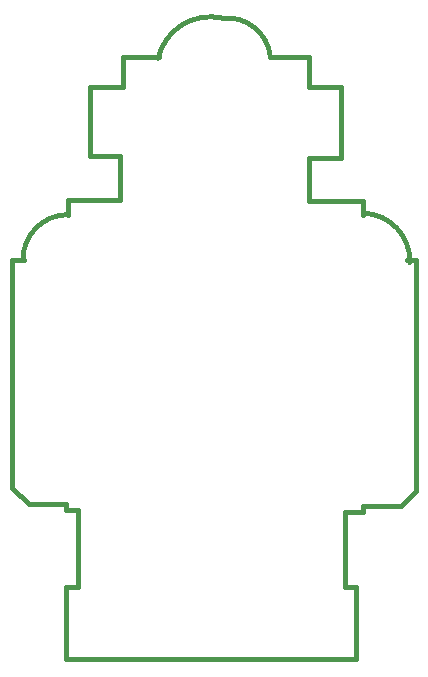
<source format=gbr>
G04 (created by PCBNEW (2013-07-07 BZR 4022)-stable) date 23/08/2014 11:16:52*
%MOIN*%
G04 Gerber Fmt 3.4, Leading zero omitted, Abs format*
%FSLAX34Y34*%
G01*
G70*
G90*
G04 APERTURE LIST*
%ADD10C,0.00590551*%
%ADD11C,0.015*%
G04 APERTURE END LIST*
G54D10*
G54D11*
X38350Y-28800D02*
G75*
G03X36750Y-27499I-1450J-149D01*
G74*
G01*
X36750Y-27500D02*
G75*
G03X34600Y-28849I-400J-1749D01*
G74*
G01*
X31600Y-34050D02*
G75*
G03X30100Y-35550I0J-1500D01*
G74*
G01*
X31600Y-33550D02*
X31600Y-34050D01*
X33350Y-33550D02*
X31600Y-33550D01*
X33350Y-32100D02*
X33350Y-33550D01*
X29750Y-35550D02*
X30150Y-35550D01*
X29750Y-43150D02*
X29750Y-35550D01*
X30300Y-43700D02*
X29750Y-43150D01*
X31550Y-43700D02*
X30300Y-43700D01*
X31550Y-43900D02*
X31550Y-43700D01*
X31950Y-43900D02*
X31550Y-43900D01*
X31950Y-46450D02*
X31950Y-43900D01*
X31550Y-46450D02*
X31950Y-46450D01*
X31550Y-48850D02*
X31550Y-46450D01*
X41200Y-48850D02*
X31550Y-48850D01*
X41200Y-46450D02*
X41200Y-48850D01*
X40850Y-46450D02*
X41200Y-46450D01*
X40850Y-43950D02*
X40850Y-46450D01*
X41450Y-43950D02*
X40850Y-43950D01*
X41450Y-43750D02*
X41450Y-43950D01*
X42700Y-43750D02*
X41450Y-43750D01*
X43200Y-43250D02*
X42700Y-43750D01*
X43200Y-35550D02*
X43200Y-43250D01*
X42900Y-35550D02*
X43200Y-35550D01*
X41450Y-33600D02*
X41450Y-34050D01*
X39650Y-33600D02*
X41450Y-33600D01*
X39650Y-32150D02*
X39650Y-33600D01*
X40700Y-32150D02*
X39650Y-32150D01*
X40700Y-29800D02*
X40700Y-32150D01*
X39650Y-29800D02*
X40700Y-29800D01*
X39650Y-28800D02*
X39650Y-29800D01*
X38350Y-28800D02*
X39650Y-28800D01*
X33450Y-28800D02*
X34650Y-28800D01*
X42999Y-35650D02*
G75*
G03X41450Y-34000I-1599J50D01*
G74*
G01*
X33420Y-29810D02*
X33420Y-28840D01*
X32340Y-29810D02*
X33420Y-29810D01*
X32340Y-32100D02*
X32340Y-29810D01*
X33350Y-32100D02*
X32340Y-32100D01*
M02*

</source>
